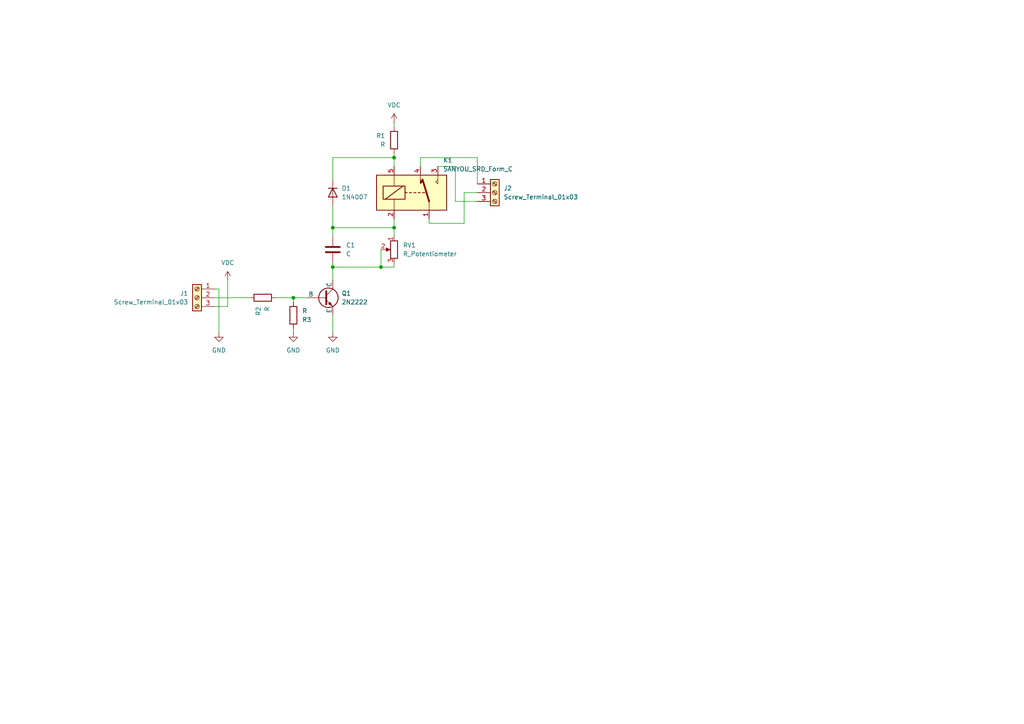
<source format=kicad_sch>
(kicad_sch (version 20231120) (generator "eeschema") (generator_version "8.0")
  (paper "A4")
  (lib_symbols
    (symbol "Connector:Screw_Terminal_01x03" (pin_names (offset 1.016) hide)
      (property "Reference" "J" (at 0 5.08 0))
      (property "Value" "Screw_Terminal_01x03" (at 0 -5.08 0))
      (symbol "Screw_Terminal_01x03_1_1"
        (rectangle (start -1.27 3.81) (end 1.27 -3.81) (stroke (width 0.254)) (fill (type background)))
        (circle (center 0 -2.54) (radius 0.635) (stroke (width 0.1524)))
        (polyline (pts (xy -0.5334 -2.2098) (xy 0.3302 -3.048)) (stroke (width 0.1524)))
        (polyline (pts (xy -0.5334 0.3302) (xy 0.3302 -0.508)) (stroke (width 0.1524)))
        (polyline (pts (xy -0.5334 2.8702) (xy 0.3302 2.032)) (stroke (width 0.1524)))
        (polyline (pts (xy -0.3556 -2.032) (xy 0.508 -2.8702)) (stroke (width 0.1524)))
        (polyline (pts (xy -0.3556 0.508) (xy 0.508 -0.3302)) (stroke (width 0.1524)))
        (polyline (pts (xy -0.3556 3.048) (xy 0.508 2.2098)) (stroke (width 0.1524)))
        (circle (center 0 0) (radius 0.635) (stroke (width 0.1524)))
        (circle (center 0 2.54) (radius 0.635) (stroke (width 0.1524)))
        (pin passive line (at -5.08 2.54 0) (length 3.81) (name "Pin_1") (number "1"))
        (pin passive line (at -5.08 0 0) (length 3.81) (name "Pin_2") (number "2"))
        (pin passive line (at -5.08 -2.54 0) (length 3.81) (name "Pin_3") (number "3"))
      )
    )
    (symbol "Device:C" (pin_numbers hide) (pin_names (offset 0.254))
      (property "Reference" "C" (at 0.635 2.54 0))
      (property "Value" "C" (at 0.635 -2.54 0))
      (symbol "C_0_1"
        (polyline (pts (xy -2.032 -0.762) (xy 2.032 -0.762)) (stroke (width 0.508)))
        (polyline (pts (xy -2.032 0.762) (xy 2.032 0.762)) (stroke (width 0.508)))
      )
      (symbol "C_1_1"
        (pin passive line (at 0 3.81 270) (length 2.794) (name "~") (number "1"))
        (pin passive line (at 0 -3.81 90) (length 2.794) (name "~") (number "2"))
      )
    )
    (symbol "Device:R" (pin_numbers hide) (pin_names (offset 0))
      (property "Reference" "R" (at 2.032 0 90))
      (property "Value" "R" (at 0 0 90))
      (symbol "R_0_1"
        (rectangle (start -1.016 -2.54) (end 1.016 2.54) (stroke (width 0.254)))
      )
      (symbol "R_1_1"
        (pin passive line (at 0 3.81 270) (length 1.27) (name "~") (number "1"))
        (pin passive line (at 0 -3.81 90) (length 1.27) (name "~") (number "2"))
      )
    )
    (symbol "Device:R_Potentiometer" (pin_names (offset 1.016) hide)
      (property "Reference" "RV" (at -4.445 0 90))
      (property "Value" "R_Potentiometer" (at -2.54 0 90))
      (symbol "R_Potentiometer_0_1"
        (polyline (pts (xy 2.54 0) (xy 1.524 0)))
        (polyline (pts (xy 1.143 0) (xy 2.286 0.508) (xy 2.286 -0.508) (xy 1.143 0)) (fill (type outline)))
        (rectangle (start 1.016 2.54) (end -1.016 -2.54) (stroke (width 0.254)))
      )
      (symbol "R_Potentiometer_1_1"
        (pin passive line (at 0 3.81 270) (length 1.27) (name "1") (number "1"))
        (pin passive line (at 3.81 0 180) (length 1.27) (name "2") (number "2"))
        (pin passive line (at 0 -3.81 90) (length 1.27) (name "3") (number "3"))
      )
    )
    (symbol "Diode:1N4007" (pin_numbers hide) (pin_names hide)
      (property "Reference" "D" (at 0 2.54 0))
      (property "Value" "1N4007" (at 0 -2.54 0))
      (symbol "1N4007_0_1"
        (polyline (pts (xy -1.27 1.27) (xy -1.27 -1.27)) (stroke (width 0.254)))
        (polyline (pts (xy 1.27 0) (xy -1.27 0)))
        (polyline (pts (xy 1.27 1.27) (xy 1.27 -1.27) (xy -1.27 0) (xy 1.27 1.27)) (stroke (width 0.254)))
      )
      (symbol "1N4007_1_1"
        (pin passive line (at -3.81 0 0) (length 2.54) (name "K") (number "1"))
        (pin passive line (at 3.81 0 180) (length 2.54) (name "A") (number "2"))
      )
    )
    (symbol "Relay:SANYOU_SRD_Form_C"
      (property "Reference" "K" (at 11.43 3.81 0))
      (property "Value" "SANYOU_SRD_Form_C" (at 11.43 1.27 0))
      (symbol "SANYOU_SRD_Form_C_0_0"
        (polyline (pts (xy 7.62 5.08) (xy 7.62 2.54) (xy 6.985 3.175) (xy 7.62 3.81)))
      )
      (symbol "SANYOU_SRD_Form_C_0_1"
        (rectangle (start -10.16 5.08) (end 10.16 -5.08) (stroke (width 0.254)) (fill (type background)))
        (rectangle (start -8.255 1.905) (end -1.905 -1.905) (stroke (width 0.254)))
        (polyline (pts (xy -7.62 -1.905) (xy -2.54 1.905)) (stroke (width 0.254)))
        (polyline (pts (xy -5.08 -5.08) (xy -5.08 -1.905)))
        (polyline (pts (xy -5.08 5.08) (xy -5.08 1.905)))
        (polyline (pts (xy -1.905 0) (xy -1.27 0)) (stroke (width 0.254)))
        (polyline (pts (xy -0.635 0) (xy 0 0)) (stroke (width 0.254)))
        (polyline (pts (xy 0.635 0) (xy 1.27 0)) (stroke (width 0.254)))
        (polyline (pts (xy 1.905 0) (xy 2.54 0)) (stroke (width 0.254)))
        (polyline (pts (xy 3.175 0) (xy 3.81 0)) (stroke (width 0.254)))
        (polyline (pts (xy 5.08 -2.54) (xy 3.175 3.81)) (stroke (width 0.508)))
        (polyline (pts (xy 5.08 -2.54) (xy 5.08 -5.08)))
      )
      (symbol "SANYOU_SRD_Form_C_1_1"
        (polyline (pts (xy 2.54 3.81) (xy 3.175 3.175) (xy 2.54 2.54) (xy 2.54 5.08)) (fill (type outline)))
        (pin passive line (at 5.08 -7.62 90) (length 2.54) (name "~") (number "1"))
        (pin passive line (at -5.08 -7.62 90) (length 2.54) (name "~") (number "2"))
        (pin passive line (at 7.62 7.62 270) (length 2.54) (name "~") (number "3"))
        (pin passive line (at 2.54 7.62 270) (length 2.54) (name "~") (number "4"))
        (pin passive line (at -5.08 7.62 270) (length 2.54) (name "~") (number "5"))
      )
    )
    (symbol "Simulation_SPICE:NPN" (pin_numbers hide) (pin_names (offset 0))
      (property "Reference" "Q" (at -2.54 7.62 0))
      (property "Value" "NPN" (at -2.54 5.08 0))
      (symbol "NPN_0_1"
        (polyline (pts (xy -2.54 0) (xy 0.635 0)) (stroke (width 0.1524)))
        (polyline (pts (xy 0.635 0.635) (xy 2.54 2.54)))
        (polyline (pts (xy 2.794 -1.27) (xy 2.794 -1.27)) (stroke (width 0.1524)))
        (polyline (pts (xy 2.794 -1.27) (xy 2.794 -1.27)) (stroke (width 0.1524)))
        (polyline (pts (xy 0.635 -0.635) (xy 2.54 -2.54) (xy 2.54 -2.54)))
        (polyline (pts (xy 0.635 1.905) (xy 0.635 -1.905) (xy 0.635 -1.905)) (stroke (width 0.508)))
        (polyline (pts (xy 1.27 -1.778) (xy 1.778 -1.27) (xy 2.286 -2.286) (xy 1.27 -1.778) (xy 1.27 -1.778)) (fill (type outline)))
        (circle (center 1.27 0) (radius 2.8194) (stroke (width 0.254)))
      )
      (symbol "NPN_1_1"
        (pin open_collector line (at 2.54 5.08 270) (length 2.54) (name "C") (number "1"))
        (pin input line (at -5.08 0 0) (length 2.54) (name "B") (number "2"))
        (pin open_emitter line (at 2.54 -5.08 90) (length 2.54) (name "E") (number "3"))
      )
    )
    (symbol "power:GND" (power) (pin_numbers hide) (pin_names (offset 0) hide)
      (property "Value" "GND" (at 0 -3.81 0))
      (symbol "GND_0_1"
        (polyline (pts (xy 0 0) (xy 0 -1.27) (xy 1.27 -1.27) (xy 0 -2.54) (xy -1.27 -1.27) (xy 0 -1.27)))
      )
      (symbol "GND_1_1"
        (pin power_in line (at 0 0 270) (length 0) (name "~") (number "1"))
      )
    )
    (symbol "power:VDC" (power) (pin_numbers hide) (pin_names (offset 0) hide)
      (property "Value" "VDC" (at 0 3.556 0))
      (symbol "VDC_0_1"
        (polyline (pts (xy -0.762 1.27) (xy 0 2.54)))
        (polyline (pts (xy 0 0) (xy 0 2.54)))
        (polyline (pts (xy 0 2.54) (xy 0.762 1.27)))
      )
      (symbol "VDC_1_1"
        (pin power_in line (at 0 0 90) (length 0) (name "~") (number "1"))
      )
    )
  )
  (junction (at 114.3 66.04))
  (junction (at 96.52 77.47))
  (junction (at 110.49 77.47))
  (junction (at 96.52 66.04))
  (junction (at 114.3 45.72))
  (junction (at 85.09 86.36))
  (wire (pts (xy 114.3 66.04) (xy 114.3 68.58)))
  (wire (pts (xy 110.49 77.47) (xy 114.3 77.47)))
  (wire (pts (xy 138.43 45.72) (xy 138.43 53.34)))
  (wire (pts (xy 96.52 96.52) (xy 96.52 91.44)))
  (wire (pts (xy 96.52 77.47) (xy 96.52 76.2)))
  (wire (pts (xy 96.52 77.47) (xy 110.49 77.47)))
  (wire (pts (xy 96.52 66.04) (xy 114.3 66.04)))
  (wire (pts (xy 63.5 83.82) (xy 63.5 96.52)))
  (wire (pts (xy 110.49 72.39) (xy 110.49 77.47)))
  (wire (pts (xy 124.46 64.77) (xy 134.62 64.77)))
  (wire (pts (xy 127 48.26) (xy 132.08 48.26)))
  (wire (pts (xy 132.08 58.42) (xy 138.43 58.42)))
  (wire (pts (xy 114.3 35.56) (xy 114.3 36.83)))
  (wire (pts (xy 62.23 83.82) (xy 63.5 83.82)))
  (wire (pts (xy 114.3 44.45) (xy 114.3 45.72)))
  (wire (pts (xy 114.3 45.72) (xy 114.3 48.26)))
  (wire (pts (xy 80.01 86.36) (xy 85.09 86.36)))
  (wire (pts (xy 66.04 81.28) (xy 66.04 88.9)))
  (wire (pts (xy 85.09 86.36) (xy 88.9 86.36)))
  (wire (pts (xy 114.3 63.5) (xy 114.3 66.04)))
  (wire (pts (xy 134.62 64.77) (xy 134.62 55.88)))
  (wire (pts (xy 96.52 81.28) (xy 96.52 77.47)))
  (wire (pts (xy 85.09 86.36) (xy 85.09 87.63)))
  (wire (pts (xy 121.92 45.72) (xy 138.43 45.72)))
  (wire (pts (xy 96.52 52.07) (xy 96.52 45.72)))
  (wire (pts (xy 114.3 77.47) (xy 114.3 76.2)))
  (wire (pts (xy 96.52 45.72) (xy 114.3 45.72)))
  (wire (pts (xy 121.92 48.26) (xy 121.92 45.72)))
  (wire (pts (xy 66.04 88.9) (xy 62.23 88.9)))
  (wire (pts (xy 124.46 63.5) (xy 124.46 64.77)))
  (wire (pts (xy 96.52 59.69) (xy 96.52 66.04)))
  (wire (pts (xy 132.08 48.26) (xy 132.08 58.42)))
  (wire (pts (xy 134.62 55.88) (xy 138.43 55.88)))
  (wire (pts (xy 96.52 66.04) (xy 96.52 68.58)))
  (wire (pts (xy 85.09 96.52) (xy 85.09 95.25)))
  (wire (pts (xy 62.23 86.36) (xy 72.39 86.36)))
  (symbol (lib_id "Simulation_SPICE:NPN") (at 93.98 86.36 0) (unit 1)
    (property "Reference" "Q1" (at 99.06 85.0899 0) (effects (justify left)))
    (property "Value" "2N2222" (at 99.06 87.6299 0) (effects (justify left)))
    (property "Footprint" "Package_TO_SOT_THT:TO-92L_HandSolder" (effects (hide yes)))
    (property "Datasheet" "https://ngspice.sourceforge.io/docs/ngspice-html-manual/manual.xhtml#cha_BJTs" (effects (hide yes)))
    (property "Description" "Bipolar transistor symbol for simulation only, substrate tied to the emitter" (effects (hide yes)))
    (property "Sim.Device" "NPN" (effects (hide yes)))
    (property "Sim.Type" "GUMMELPOON" (effects (hide yes)))
    (property "Sim.Pins" "1=C 2=B 3=E" (effects (hide yes)))
  )
  (symbol (lib_id "Device:C") (at 96.52 72.39 0) (unit 1)
    (property "Reference" "C1" (at 100.33 71.1199 0) (effects (justify left)))
    (property "Value" "C" (at 100.33 73.6599 0) (effects (justify left)))
    (property "Footprint" "Capacitor_THT:CP_Radial_D12.5mm_P5.00mm" (effects (hide yes)))
    (property "Description" "Unpolarized capacitor" (effects (hide yes)))
  )
  (symbol (lib_id "Device:R_Potentiometer") (at 114.3 72.39 0) (mirror y) (unit 1)
    (property "Reference" "RV1" (at 116.84 71.1199 0) (effects (justify right)))
    (property "Value" "R_Potentiometer" (at 116.84 73.6599 0) (effects (justify right)))
    (property "Footprint" "Potentiometer_THT:Potentiometer_ACP_CA9-V10_Vertical_Hole" (effects (hide yes)))
    (property "Description" "Potentiometer" (effects (hide yes)))
  )
  (symbol (lib_id "power:GND") (at 63.5 96.52 0) (unit 1)
    (property "Reference" "#PWR02" (effects (hide yes)))
    (property "Value" "GND" (at 63.5 101.6 0))
    (property "Description" "Power symbol creates a global label with name \"GND\" , ground" (effects (hide yes)))
  )
  (symbol (lib_id "power:GND") (at 96.52 96.52 0) (unit 1)
    (property "Reference" "#PWR01" (effects (hide yes)))
    (property "Value" "GND" (at 96.52 101.6 0))
    (property "Description" "Power symbol creates a global label with name \"GND\" , ground" (effects (hide yes)))
  )
  (symbol (lib_id "Device:R") (at 76.2 86.36 90) (mirror x) (unit 1)
    (property "Reference" "R2" (at 74.9299 88.9 0) (effects (justify left)))
    (property "Value" "R" (at 77.4699 88.9 0) (effects (justify left)))
    (property "Footprint" "Resistor_THT:R_Axial_DIN0207_L6.3mm_D2.5mm_P10.16mm_Horizontal" (effects (hide yes)))
    (property "Description" "Resistor" (effects (hide yes)))
  )
  (symbol (lib_id "Device:R") (at 85.09 91.44 0) (mirror x) (unit 1)
    (property "Reference" "R3" (at 87.63 92.7101 0) (effects (justify left)))
    (property "Value" "R" (at 87.63 90.1701 0) (effects (justify left)))
    (property "Footprint" "Resistor_THT:R_Axial_DIN0207_L6.3mm_D2.5mm_P10.16mm_Horizontal" (effects (hide yes)))
    (property "Description" "Resistor" (effects (hide yes)))
  )
  (symbol (lib_id "Device:R") (at 114.3 40.64 0) (mirror y) (unit 1)
    (property "Reference" "R1" (at 111.76 39.3699 0) (effects (justify left)))
    (property "Value" "R" (at 111.76 41.9099 0) (effects (justify left)))
    (property "Footprint" "Resistor_THT:R_Axial_DIN0207_L6.3mm_D2.5mm_P10.16mm_Horizontal" (effects (hide yes)))
    (property "Description" "Resistor" (effects (hide yes)))
  )
  (symbol (lib_id "Relay:SANYOU_SRD_Form_C") (at 119.38 55.88 0) (unit 1)
    (property "Reference" "K1" (at 128.524 46.482 0) (effects (justify left)))
    (property "Value" "SANYOU_SRD_Form_C" (at 128.524 49.022 0) (effects (justify left)))
    (property "Footprint" "Relay_THT:Relay_SPDT_SANYOU_SRD_Series_Form_C" (effects (hide yes)))
    (property "Datasheet" "http://www.sanyourelay.ca/public/products/pdf/SRD.pdf" (effects (hide yes)))
    (property "Description" "Sanyo SRD relay, Single Pole Miniature Power Relay," (effects (hide yes)))
  )
  (symbol (lib_id "Diode:1N4007") (at 96.52 55.88 270) (unit 1)
    (property "Reference" "D1" (at 99.06 54.6099 90) (effects (justify left)))
    (property "Value" "1N4007" (at 99.06 57.1499 90) (effects (justify left)))
    (property "Footprint" "Diode_THT:D_DO-41_SOD81_P10.16mm_Horizontal" (effects (hide yes)))
    (property "Datasheet" "http://www.vishay.com/docs/88503/1n4001.pdf" (effects (hide yes)))
    (property "Description" "1000V 1A General Purpose Rectifier Diode, DO-41" (effects (hide yes)))
    (property "Sim.Device" "D" (effects (hide yes)))
    (property "Sim.Pins" "1=K 2=A" (effects (hide yes)))
  )
  (symbol (lib_id "Connector:Screw_Terminal_01x03") (at 57.15 86.36 0) (mirror y) (unit 1)
    (property "Reference" "J1" (at 54.61 85.0899 0) (effects (justify left)))
    (property "Value" "Screw_Terminal_01x03" (at 54.61 87.6299 0) (effects (justify left)))
    (property "Footprint" "TerminalBlock:TerminalBlock_bornier-3_P5.08mm" (effects (hide yes)))
    (property "Description" "Generic screw terminal, single row, 01x03, script generated (kicad-library-utils/schlib/autogen/connector/)" (effects (hide yes)))
  )
  (symbol (lib_id "power:VDC") (at 114.3 35.56 0) (unit 1)
    (property "Reference" "#PWR04" (effects (hide yes)))
    (property "Value" "VDC" (at 114.3 30.48 0))
    (property "Description" "Power symbol creates a global label with name \"VDC\"" (effects (hide yes)))
  )
  (symbol (lib_id "power:VDC") (at 66.04 81.28 0) (unit 1)
    (property "Reference" "#PWR03" (effects (hide yes)))
    (property "Value" "VDC" (at 66.04 76.2 0))
    (property "Description" "Power symbol creates a global label with name \"VDC\"" (effects (hide yes)))
  )
  (symbol (lib_id "Connector:Screw_Terminal_01x03") (at 143.51 55.88 0) (unit 1)
    (property "Reference" "J2" (at 146.05 54.6099 0) (effects (justify left)))
    (property "Value" "Screw_Terminal_01x03" (at 146.05 57.1499 0) (effects (justify left)))
    (property "Footprint" "TerminalBlock:TerminalBlock_bornier-3_P5.08mm" (effects (hide yes)))
    (property "Description" "Generic screw terminal, single row, 01x03, script generated (kicad-library-utils/schlib/autogen/connector/)" (effects (hide yes)))
  )
  (symbol (lib_id "power:GND") (at 85.09 96.52 0) (unit 1)
    (property "Reference" "#PWR05" (effects (hide yes)))
    (property "Value" "GND" (at 85.09 101.6 0))
    (property "Description" "Power symbol creates a global label with name \"GND\" , ground" (effects (hide yes)))
  )
)
</source>
